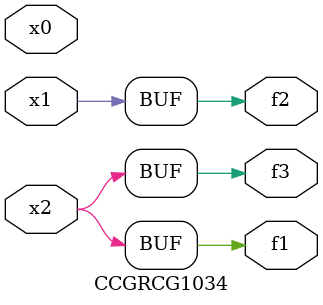
<source format=v>
module CCGRCG1034(
	input x0, x1, x2,
	output f1, f2, f3
);
	assign f1 = x2;
	assign f2 = x1;
	assign f3 = x2;
endmodule

</source>
